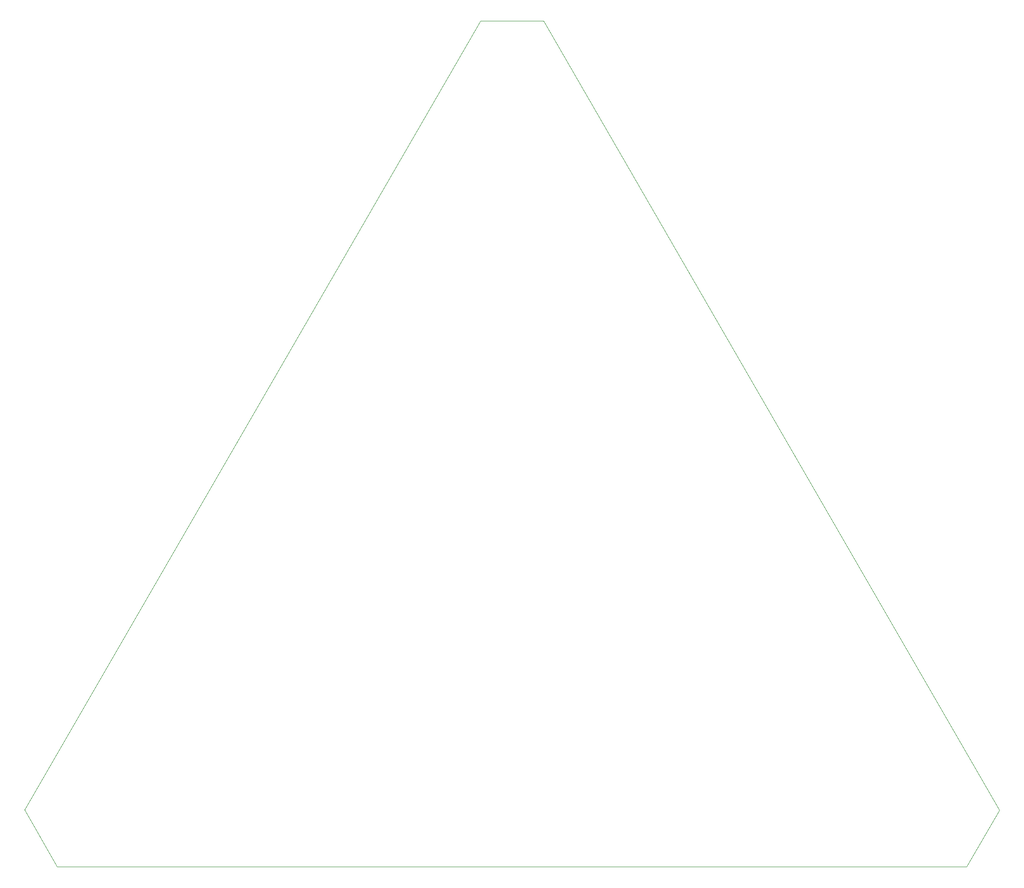
<source format=gbr>
%TF.GenerationSoftware,KiCad,Pcbnew,(5.1.10)-1*%
%TF.CreationDate,2021-06-01T20:39:27-04:00*%
%TF.ProjectId,HabitTracker - Copy (2),48616269-7454-4726-9163-6b6572202d20,rev?*%
%TF.SameCoordinates,Original*%
%TF.FileFunction,Profile,NP*%
%FSLAX46Y46*%
G04 Gerber Fmt 4.6, Leading zero omitted, Abs format (unit mm)*
G04 Created by KiCad (PCBNEW (5.1.10)-1) date 2021-06-01 20:39:27*
%MOMM*%
%LPD*%
G01*
G04 APERTURE LIST*
%TA.AperFunction,Profile*%
%ADD10C,0.050000*%
%TD*%
G04 APERTURE END LIST*
D10*
X149250400Y-6500000D02*
X160782000Y-6500000D01*
X238000000Y-161000000D02*
X244043200Y-150707600D01*
X66040000Y-150606000D02*
X72000000Y-161000000D01*
X72000000Y-161000000D02*
X238000000Y-161000000D01*
X244043200Y-150707600D02*
X160782000Y-6500000D01*
X149250400Y-6500000D02*
X66040000Y-150606000D01*
M02*

</source>
